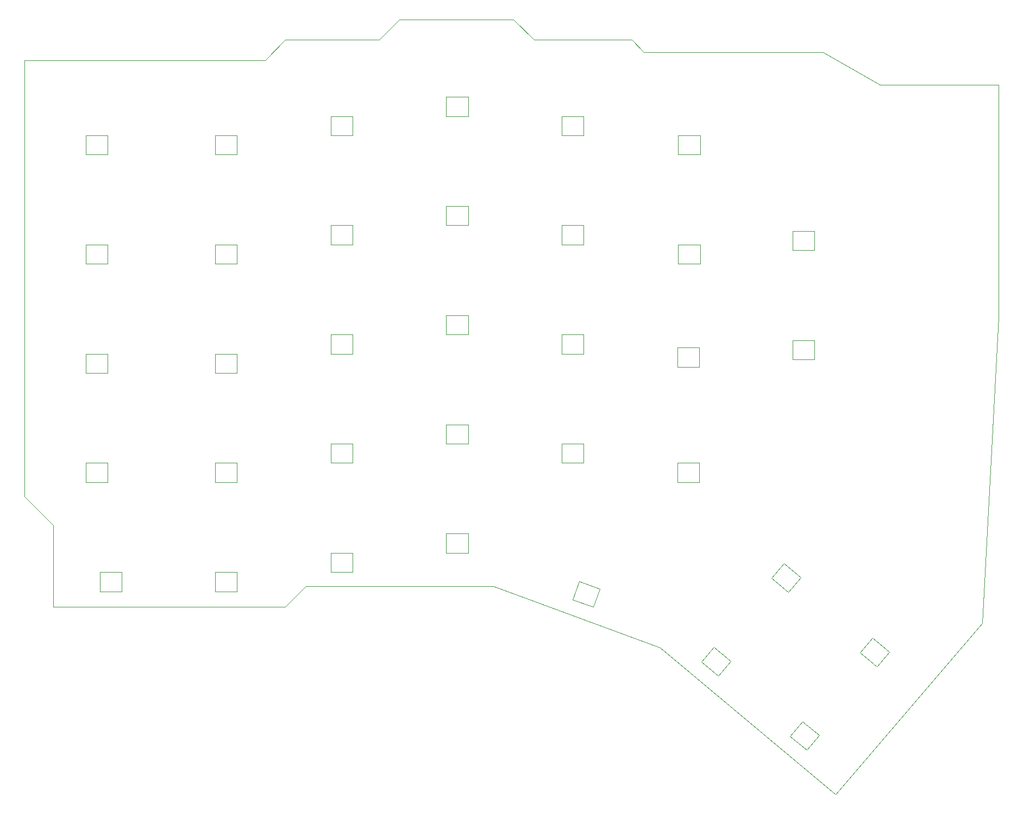
<source format=gbr>
%TF.GenerationSoftware,KiCad,Pcbnew,(6.0.5)*%
%TF.CreationDate,2022-05-24T22:08:53+02:00*%
%TF.ProjectId,LPKeyboard,4c504b65-7962-46f6-9172-642e6b696361,rev?*%
%TF.SameCoordinates,Original*%
%TF.FileFunction,Profile,NP*%
%FSLAX46Y46*%
G04 Gerber Fmt 4.6, Leading zero omitted, Abs format (unit mm)*
G04 Created by KiCad (PCBNEW (6.0.5)) date 2022-05-24 22:08:53*
%MOMM*%
%LPD*%
G01*
G04 APERTURE LIST*
%TA.AperFunction,Profile*%
%ADD10C,0.100000*%
%TD*%
%TA.AperFunction,Profile*%
%ADD11C,0.120000*%
%TD*%
G04 APERTURE END LIST*
D10*
X115570000Y-48895000D02*
X112395000Y-45720000D01*
X132715000Y-50800000D02*
X130810000Y-48895000D01*
X160655000Y-50800000D02*
X132715000Y-50800000D01*
X94615000Y-45720000D02*
X91440000Y-48895000D01*
X91440000Y-48895000D02*
X76835000Y-48895000D01*
X169545000Y-55880000D02*
X160655000Y-50800000D01*
X40640000Y-124460000D02*
X40640000Y-137160000D01*
X162560000Y-166370000D02*
X185420000Y-139700000D01*
X73660000Y-52070000D02*
X36195000Y-52070000D01*
X130810000Y-48895000D02*
X115570000Y-48895000D01*
X185420000Y-139700000D02*
X187960000Y-92075000D01*
X112395000Y-45720000D02*
X94615000Y-45720000D01*
X187960000Y-55880000D02*
X169545000Y-55880000D01*
X36195000Y-52070000D02*
X36195000Y-120015000D01*
X36195000Y-120015000D02*
X40640000Y-124460000D01*
X187960000Y-92075000D02*
X187960000Y-55880000D01*
X76835000Y-137160000D02*
X80010000Y-133985000D01*
X76835000Y-48895000D02*
X73660000Y-52070000D01*
X80010000Y-133985000D02*
X109220000Y-133985000D01*
X40640000Y-137160000D02*
X76835000Y-137160000D01*
X109220000Y-133985000D02*
X135255000Y-143510000D01*
X135255000Y-143510000D02*
X162560000Y-166370000D01*
D11*
%TO.C,D11*%
X87297500Y-63779800D02*
X83897500Y-63779800D01*
X83897500Y-60779800D02*
X87297500Y-60779800D01*
X87297500Y-60779800D02*
X87297500Y-63779800D01*
X83897500Y-63779800D02*
X83897500Y-60779800D01*
%TO.C,D28*%
X137897500Y-99822800D02*
X137897500Y-96822800D01*
X141297500Y-96822800D02*
X141297500Y-99822800D01*
X137897500Y-96822800D02*
X141297500Y-96822800D01*
X141297500Y-99822800D02*
X137897500Y-99822800D01*
%TO.C,D3*%
X49110000Y-100779800D02*
X45710000Y-100779800D01*
X49110000Y-97779800D02*
X49110000Y-100779800D01*
X45710000Y-100779800D02*
X45710000Y-97779800D01*
X45710000Y-97779800D02*
X49110000Y-97779800D01*
%TO.C,D31*%
X159297500Y-81654800D02*
X155897500Y-81654800D01*
X155897500Y-81654800D02*
X155897500Y-78654800D01*
X159297500Y-78654800D02*
X159297500Y-81654800D01*
X155897500Y-78654800D02*
X159297500Y-78654800D01*
%TO.C,D29*%
X137897500Y-114779800D02*
X141297500Y-114779800D01*
X137897500Y-117779800D02*
X137897500Y-114779800D01*
X141297500Y-117779800D02*
X137897500Y-117779800D01*
X141297500Y-114779800D02*
X141297500Y-117779800D01*
%TO.C,D12*%
X83897500Y-80779800D02*
X83897500Y-77779800D01*
X83897500Y-77779800D02*
X87297500Y-77779800D01*
X87297500Y-77779800D02*
X87297500Y-80779800D01*
X87297500Y-80779800D02*
X83897500Y-80779800D01*
%TO.C,D9*%
X69297500Y-114779800D02*
X69297500Y-117779800D01*
X69297500Y-117779800D02*
X65897500Y-117779800D01*
X65897500Y-114779800D02*
X69297500Y-114779800D01*
X65897500Y-117779800D02*
X65897500Y-114779800D01*
%TO.C,D6*%
X65897500Y-63779800D02*
X69297500Y-63779800D01*
X65897500Y-66779800D02*
X65897500Y-63779800D01*
X69297500Y-63779800D02*
X69297500Y-66779800D01*
X69297500Y-66779800D02*
X65897500Y-66779800D01*
%TO.C,D18*%
X105297500Y-94779800D02*
X101897500Y-94779800D01*
X101897500Y-91779800D02*
X105297500Y-91779800D01*
X101897500Y-94779800D02*
X101897500Y-91779800D01*
X105297500Y-91779800D02*
X105297500Y-94779800D01*
%TO.C,D33*%
X155210029Y-134895063D02*
X152605478Y-132709585D01*
X157138392Y-132596929D02*
X155210029Y-134895063D01*
X152605478Y-132709585D02*
X154533841Y-130411451D01*
X154533841Y-130411451D02*
X157138392Y-132596929D01*
%TO.C,D1*%
X45710000Y-63779800D02*
X49110000Y-63779800D01*
X45710000Y-66779800D02*
X45710000Y-63779800D01*
X49110000Y-66779800D02*
X45710000Y-66779800D01*
X49110000Y-63779800D02*
X49110000Y-66779800D01*
%TO.C,D24*%
X123297500Y-114779800D02*
X119897500Y-114779800D01*
X119897500Y-111779800D02*
X123297500Y-111779800D01*
X123297500Y-111779800D02*
X123297500Y-114779800D01*
X119897500Y-114779800D02*
X119897500Y-111779800D01*
%TO.C,D23*%
X123297500Y-97779800D02*
X119897500Y-97779800D01*
X123297500Y-94779800D02*
X123297500Y-97779800D01*
X119897500Y-94779800D02*
X123297500Y-94779800D01*
X119897500Y-97779800D02*
X119897500Y-94779800D01*
%TO.C,D14*%
X87297500Y-111779800D02*
X87297500Y-114779800D01*
X87297500Y-114779800D02*
X83897500Y-114779800D01*
X83897500Y-111779800D02*
X87297500Y-111779800D01*
X83897500Y-114779800D02*
X83897500Y-111779800D01*
%TO.C,D20*%
X101897500Y-125779800D02*
X105297500Y-125779800D01*
X105297500Y-128779800D02*
X101897500Y-128779800D01*
X101897500Y-128779800D02*
X101897500Y-125779800D01*
X105297500Y-125779800D02*
X105297500Y-128779800D01*
%TO.C,D19*%
X101897500Y-108779800D02*
X105297500Y-108779800D01*
X105297500Y-108779800D02*
X105297500Y-111779800D01*
X105297500Y-111779800D02*
X101897500Y-111779800D01*
X101897500Y-111779800D02*
X101897500Y-108779800D01*
%TO.C,D5*%
X51297500Y-134779800D02*
X47897500Y-134779800D01*
X47897500Y-131779800D02*
X51297500Y-131779800D01*
X51297500Y-131779800D02*
X51297500Y-134779800D01*
X47897500Y-134779800D02*
X47897500Y-131779800D01*
%TO.C,D2*%
X49110000Y-80779800D02*
X49110000Y-83779800D01*
X45710000Y-83779800D02*
X45710000Y-80779800D01*
X45710000Y-80779800D02*
X49110000Y-80779800D01*
X49110000Y-83779800D02*
X45710000Y-83779800D01*
%TO.C,D30*%
X146211003Y-145619686D02*
X144282640Y-147917820D01*
X141678089Y-145732342D02*
X143606452Y-143434208D01*
X143606452Y-143434208D02*
X146211003Y-145619686D01*
X144282640Y-147917820D02*
X141678089Y-145732342D01*
%TO.C,D7*%
X69297500Y-80779800D02*
X69297500Y-83779800D01*
X65897500Y-83779800D02*
X65897500Y-80779800D01*
X69297500Y-83779800D02*
X65897500Y-83779800D01*
X65897500Y-80779800D02*
X69297500Y-80779800D01*
%TO.C,D35*%
X159999802Y-157189863D02*
X158071439Y-159487997D01*
X157395251Y-155004385D02*
X159999802Y-157189863D01*
X158071439Y-159487997D02*
X155466888Y-157302519D01*
X155466888Y-157302519D02*
X157395251Y-155004385D01*
%TO.C,D15*%
X83897500Y-128779800D02*
X87297500Y-128779800D01*
X83897500Y-131779800D02*
X83897500Y-128779800D01*
X87297500Y-131779800D02*
X83897500Y-131779800D01*
X87297500Y-128779800D02*
X87297500Y-131779800D01*
%TO.C,D32*%
X159297500Y-98654800D02*
X155897500Y-98654800D01*
X155897500Y-98654800D02*
X155897500Y-95654800D01*
X159297500Y-95654800D02*
X159297500Y-98654800D01*
X155897500Y-95654800D02*
X159297500Y-95654800D01*
%TO.C,D27*%
X141447500Y-80779800D02*
X141447500Y-83779800D01*
X141447500Y-83779800D02*
X138047500Y-83779800D01*
X138047500Y-83779800D02*
X138047500Y-80779800D01*
X138047500Y-80779800D02*
X141447500Y-80779800D01*
%TO.C,D34*%
X166394279Y-144279763D02*
X168322642Y-141981629D01*
X168998830Y-146465241D02*
X166394279Y-144279763D01*
X168322642Y-141981629D02*
X170927193Y-144167107D01*
X170927193Y-144167107D02*
X168998830Y-146465241D01*
%TO.C,D25*%
X121583914Y-136058586D02*
X122609975Y-133239508D01*
X124778869Y-137221454D02*
X121583914Y-136058586D01*
X125804930Y-134402376D02*
X124778869Y-137221454D01*
X122609975Y-133239508D02*
X125804930Y-134402376D01*
%TO.C,D8*%
X69297500Y-97779800D02*
X69297500Y-100779800D01*
X65897500Y-97779800D02*
X69297500Y-97779800D01*
X69297500Y-100779800D02*
X65897500Y-100779800D01*
X65897500Y-100779800D02*
X65897500Y-97779800D01*
%TO.C,D4*%
X49110000Y-114779800D02*
X49110000Y-117779800D01*
X45710000Y-117779800D02*
X45710000Y-114779800D01*
X49110000Y-117779800D02*
X45710000Y-117779800D01*
X45710000Y-114779800D02*
X49110000Y-114779800D01*
%TO.C,D22*%
X119897500Y-77779800D02*
X123297500Y-77779800D01*
X119897500Y-80779800D02*
X119897500Y-77779800D01*
X123297500Y-80779800D02*
X119897500Y-80779800D01*
X123297500Y-77779800D02*
X123297500Y-80779800D01*
%TO.C,D21*%
X123297500Y-63779800D02*
X119897500Y-63779800D01*
X119897500Y-63779800D02*
X119897500Y-60779800D01*
X123297500Y-60779800D02*
X123297500Y-63779800D01*
X119897500Y-60779800D02*
X123297500Y-60779800D01*
%TO.C,D10*%
X65897500Y-131779800D02*
X69297500Y-131779800D01*
X69297500Y-131779800D02*
X69297500Y-134779800D01*
X65897500Y-134779800D02*
X65897500Y-131779800D01*
X69297500Y-134779800D02*
X65897500Y-134779800D01*
%TO.C,D16*%
X105297500Y-60779800D02*
X101897500Y-60779800D01*
X101897500Y-57779800D02*
X105297500Y-57779800D01*
X101897500Y-60779800D02*
X101897500Y-57779800D01*
X105297500Y-57779800D02*
X105297500Y-60779800D01*
%TO.C,D26*%
X141447500Y-66779800D02*
X138047500Y-66779800D01*
X138047500Y-63779800D02*
X141447500Y-63779800D01*
X141447500Y-63779800D02*
X141447500Y-66779800D01*
X138047500Y-66779800D02*
X138047500Y-63779800D01*
%TO.C,D13*%
X87297500Y-94779800D02*
X87297500Y-97779800D01*
X83897500Y-97779800D02*
X83897500Y-94779800D01*
X83897500Y-94779800D02*
X87297500Y-94779800D01*
X87297500Y-97779800D02*
X83897500Y-97779800D01*
%TO.C,D17*%
X105297500Y-74779800D02*
X105297500Y-77779800D01*
X101897500Y-77779800D02*
X101897500Y-74779800D01*
X101897500Y-74779800D02*
X105297500Y-74779800D01*
X105297500Y-77779800D02*
X101897500Y-77779800D01*
%TD*%
M02*

</source>
